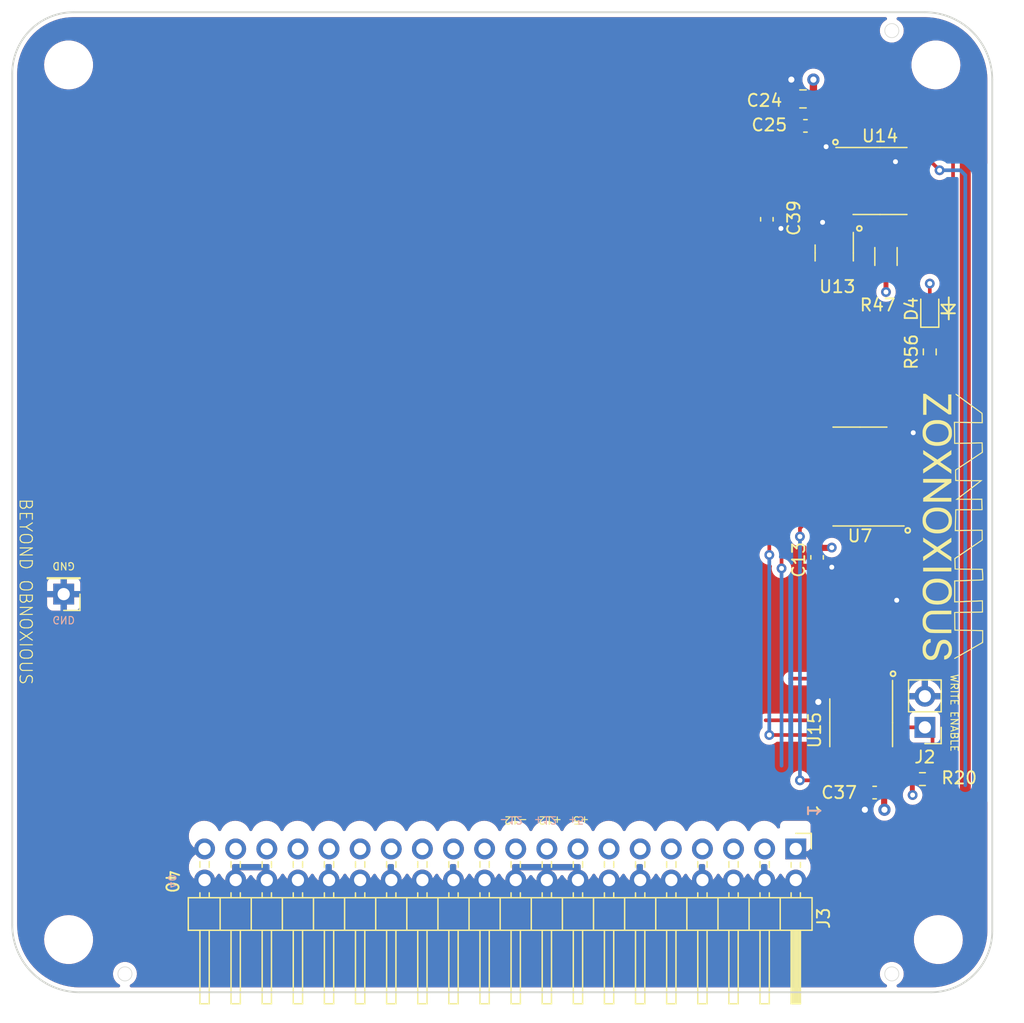
<source format=kicad_pcb>
(kicad_pcb (version 20211014) (generator pcbnew)
  (layers (0 "F.Cu" signal) (1 "In1.Cu" power) (2 "In2.Cu" mixed) (31 "B.Cu" signal) (34 "B.Paste" user) (35 "F.Paste" user) (36 "B.SilkS" user "B.Silkscreen") (37 "F.SilkS" user "F.Silkscreen") (38 "B.Mask" user) (39 "F.Mask" user) (44 "Edge.Cuts" user))
  (net 0 "")
  (net 1 "GND")
  (net 2 "-12V")
  (net 3 "/CARD2_OUT2")
  (net 4 "+12V")
  (net 5 "/CARD3_OUT2")
  (net 6 "/CARD4_OUT2")
  (net 7 "+5V")
  (net 8 "/CARD5_OUT2")
  (net 9 "/SDA1")
  (net 10 "/SCL1")
  (net 11 "/CARD6_OUT2")
  (net 27 "/GPIO_MODULE_DRIVEN")
  (net 28 "/I2C_ADDR0")
  (net 29 "/I2C_ADDR2")
  (net 30 "/I2C_ADDR1")
  (net 37 "/DAC/VREF_2.5V")
  (net 38 "/LED_CTRL")
  (net 39 "Net-(D4-Pad1)")
  (net 40 "/THIS_OUT2")
  (net 41 "/THIS_OUT1")
  (net 42 "/CARD6_OUT1")
  (net 43 "/CARD5_OUT1")
  (net 44 "/CARD4_OUT1")
  (net 45 "/CARD3_OUT1")
  (net 46 "/CARD2_OUT1")
  (net 47 "/CARD1_OUT2")
  (net 48 "/CARD1_OUT1")
  (net 49 "/SPI_CLK")
  (net 50 "/SPI_MISO")
  (net 51 "/SPI_MOSI")
  (net 54 "/CARD7_OUT1")
  (net 55 "/SPI_CS1")
  (net 56 "/SPI_CS0")
  (net 58 "Net-(J2-Pad1)")
  (footprint "Capacitor_SMD:C_0805_2012Metric" (layer "F.Cu") (at 129.95 31.975 180)
    (fp_text reference "C24" (at 3.15 -0.125) (layer "F.SilkS"))
    (fp_text value "4.7u")
    (pad "1" smd roundrect (at -0.95 0 180) (size 1 1.45) (layers "F.Cu" "F.Paste" "F.Mask") (net 7 "+5V"))
    (pad "2" smd roundrect (at 0.95 0 180) (size 1 1.45) (layers "F.Cu" "F.Paste" "F.Mask") (net 1 "GND"))
  )
  (footprint "Capacitor_SMD:C_0603_1608Metric" (layer "F.Cu") (at 130.15 34.175 180)
    (fp_text reference "C25" (at 2.95 0.075) (layer "F.SilkS"))
    (fp_text value "0.1u")
    (pad "1" smd roundrect (at -0.775 0 180) (size 0.9 0.95) (layers "F.Cu" "F.Paste" "F.Mask") (net 7 "+5V"))
    (pad "2" smd roundrect (at 0.775 0 180) (size 0.9 0.95) (layers "F.Cu" "F.Paste" "F.Mask") (net 1 "GND"))
  )
  (footprint "Resistor_SMD:R_1206_3216Metric" (layer "F.Cu") (at 136.725 44.8375 90)
    (fp_text reference "R47" (at -3.9625 -0.675) (layer "F.SilkS"))
    (fp_text value "4k7")
    (pad "1" smd roundrect (at -1.4625 0 90) (size 1.125 1.75) (layers "F.Cu" "F.Paste" "F.Mask") (roundrect_rratio 0.2222222222) (net 7 "+5V"))
    (pad "2" smd roundrect (at 1.4625 0 90) (size 1.125 1.75) (layers "F.Cu" "F.Paste" "F.Mask") (roundrect_rratio 0.2222222222) (net 37 "/DAC/VREF_2.5V"))
  )
  (footprint "Capacitor_SMD:C_0603_1608Metric" (layer "F.Cu") (at 131.1 69.4 90)
    (fp_text reference "C13" (at -0.2 -1.5 90) (layer "F.SilkS"))
    (fp_text value "0.1u")
    (pad "1" smd roundrect (at -0.775 0 90) (size 0.9 0.95) (layers "F.Cu" "F.Paste" "F.Mask") (net 1 "GND"))
    (pad "2" smd roundrect (at 0.775 0 90) (size 0.9 0.95) (layers "F.Cu" "F.Paste" "F.Mask") (net 7 "+5V"))
  )
  (footprint "MountingHole:MountingHole_3.2mm_M3" (layer "F.Cu") (at 141 100.6 180)
    (fp_text reference "H1" hide)
    (fp_text value "MountingHole")
    (pad "" np_thru_hole circle (at 0 0 180) (size 3.2 3.2) (drill 3.2) (layers *.Cu *.Mask))
  )
  (footprint "MountingHole:MountingHole_3.2mm_M3" (layer "F.Cu") (at 140.8 29.2 180)
    (fp_text reference "H2" hide)
    (fp_text value "MountingHole")
    (pad "" np_thru_hole circle (at 0 0 180) (size 3.2 3.2) (drill 3.2) (layers *.Cu *.Mask))
  )
  (footprint "MountingHole:MountingHole_3.2mm_M3" (layer "F.Cu") (at 70 100.6 180)
    (fp_text reference "H3" hide)
    (fp_text value "MountingHole")
    (pad "" np_thru_hole circle (at 0 0 180) (size 3.2 3.2) (drill 3.2) (layers *.Cu *.Mask))
  )
  (footprint "MountingHole:MountingHole_3.2mm_M3" (layer "F.Cu") (at 70 29.2 180)
    (fp_text reference "H4" hide)
    (fp_text value "MountingHole")
    (pad "" np_thru_hole circle (at 0 0 180) (size 3.2 3.2) (drill 3.2) (layers *.Cu *.Mask))
  )
  (footprint "Package_SO:TSSOP-24_4.4x7.8mm_P0.65mm" (layer "F.Cu") (at 134.6 62.8 180)
    (fp_text reference "U7" (at 0 -4.85) (layer "F.SilkS"))
    (fp_text value "PCA9555D")
    (pad "1" smd roundrect (at -2.8625 -3.575 180) (size 1.475 0.4) (layers "F.Cu" "F.Paste" "F.Mask"))
    (pad "2" smd roundrect (at -2.8625 -2.925 180) (size 1.475 0.4) (layers "F.Cu" "F.Paste" "F.Mask") (net 30 "/I2C_ADDR1"))
    (pad "3" smd roundrect (at -2.8625 -2.275 180) (size 1.475 0.4) (layers "F.Cu" "F.Paste" "F.Mask") (net 29 "/I2C_ADDR2"))
    (pad "4" smd roundrect (at -2.8625 -1.625 180) (size 1.475 0.4) (layers "F.Cu" "F.Paste" "F.Mask"))
    (pad "5" smd roundrect (at -2.8625 -0.975 180) (size 1.475 0.4) (layers "F.Cu" "F.Paste" "F.Mask"))
    (pad "6" smd roundrect (at -2.8625 -0.325 180) (size 1.475 0.4) (layers "F.Cu" "F.Paste" "F.Mask"))
    (pad "7" smd roundrect (at -2.8625 0.325 180) (size 1.475 0.4) (layers "F.Cu" "F.Paste" "F.Mask") (net 38 "/LED_CTRL"))
    (pad "8" smd roundrect (at -2.8625 0.975 180) (size 1.475 0.4) (layers "F.Cu" "F.Paste" "F.Mask"))
    (pad "9" smd roundrect (at -2.8625 1.625 180) (size 1.475 0.4) (layers "F.Cu" "F.Paste" "F.Mask"))
    (pad "10" smd roundrect (at -2.8625 2.275 180) (size 1.475 0.4) (layers "F.Cu" "F.Paste" "F.Mask"))
    (pad "11" smd roundrect (at -2.8625 2.925 180) (size 1.475 0.4) (layers "F.Cu" "F.Paste" "F.Mask"))
    (pad "12" smd roundrect (at -2.8625 3.575 180) (size 1.475 0.4) (layers "F.Cu" "F.Paste" "F.Mask") (net 1 "GND"))
    (pad "13" smd roundrect (at 2.8625 3.575 180) (size 1.475 0.4) (layers "F.Cu" "F.Paste" "F.Mask"))
    (pad "14" smd roundrect (at 2.8625 2.925 180) (size 1.475 0.4) (layers "F.Cu" "F.Paste" "F.Mask"))
    (pad "15" smd roundrect (at 2.8625 2.275 180) (size 1.475 0.4) (layers "F.Cu" "F.Paste" "F.Mask"))
    (pad "16" smd roundrect (at 2.8625 1.625 180) (size 1.475 0.4) (layers "F.Cu" "F.Paste" "F.Mask"))
    (pad "17" smd roundrect (at 2.8625 0.975 180) (size 1.475 0.4) (layers "F.Cu" "F.Paste" "F.Mask"))
    (pad "18" smd roundrect (at 2.8625 0.325 180) (size 1.475 0.4) (layers "F.Cu" "F.Paste" "F.Mask"))
    (pad "19" smd roundrect (at 2.8625 -0.325 180) (size 1.475 0.4) (layers "F.Cu" "F.Paste" "F.Mask"))
    (pad "20" smd roundrect (at 2.8625 -0.975 180) (size 1.475 0.4) (layers "F.Cu" "F.Paste" "F.Mask"))
    (pad "21" smd roundrect (at 2.8625 -1.625 180) (size 1.475 0.4) (layers "F.Cu" "F.Paste" "F.Mask") (net 28 "/I2C_ADDR0"))
    (pad "22" smd roundrect (at 2.8625 -2.275 180) (size 1.475 0.4) (layers "F.Cu" "F.Paste" "F.Mask") (net 10 "/SCL1"))
    (pad "23" smd roundrect (at 2.8625 -2.925 180) (size 1.475 0.4) (layers "F.Cu" "F.Paste" "F.Mask") (net 9 "/SDA1"))
    (pad "24" smd roundrect (at 2.8625 -3.575 180) (size 1.475 0.4) (layers "F.Cu" "F.Paste" "F.Mask") (net 7 "+5V"))
  )
  (footprint "Package_SO:TSSOP-16_4.4x5mm_P0.65mm" (layer "F.Cu") (at 136.2375 38.675)
    (fp_text reference "U14" (at 0 -3.675) (layer "F.SilkS"))
    (fp_text value "AD5328")
    (pad "1" smd roundrect (at -2.8625 -2.275) (size 1.475 0.4) (layers "F.Cu" "F.Paste" "F.Mask") (net 1 "GND"))
    (pad "2" smd roundrect (at -2.8625 -1.625) (size 1.475 0.4) (layers "F.Cu" "F.Paste" "F.Mask") (net 56 "/SPI_CS0"))
    (pad "3" smd roundrect (at -2.8625 -0.975) (size 1.475 0.4) (layers "F.Cu" "F.Paste" "F.Mask") (net 7 "+5V"))
    (pad "4" smd roundrect (at -2.8625 -0.325) (size 1.475 0.4) (layers "F.Cu" "F.Paste" "F.Mask"))
    (pad "5" smd roundrect (at -2.8625 0.325) (size 1.475 0.4) (layers "F.Cu" "F.Paste" "F.Mask"))
    (pad "6" smd roundrect (at -2.8625 0.975) (size 1.475 0.4) (layers "F.Cu" "F.Paste" "F.Mask"))
    (pad "7" smd roundrect (at -2.8625 1.625) (size 1.475 0.4) (layers "F.Cu" "F.Paste" "F.Mask"))
    (pad "8" smd roundrect (at -2.8625 2.275) (size 1.475 0.4) (layers "F.Cu" "F.Paste" "F.Mask") (net 37 "/DAC/VREF_2.5V"))
    (pad "9" smd roundrect (at 2.8625 2.275) (size 1.475 0.4) (layers "F.Cu" "F.Paste" "F.Mask") (net 37 "/DAC/VREF_2.5V"))
    (pad "10" smd roundrect (at 2.8625 1.625) (size 1.475 0.4) (layers "F.Cu" "F.Paste" "F.Mask"))
    (pad "11" smd roundrect (at 2.8625 0.975) (size 1.475 0.4) (layers "F.Cu" "F.Paste" "F.Mask"))
    (pad "12" smd roundrect (at 2.8625 0.325) (size 1.475 0.4) (layers "F.Cu" "F.Paste" "F.Mask"))
    (pad "13" smd roundrect (at 2.8625 -0.325) (size 1.475 0.4) (layers "F.Cu" "F.Paste" "F.Mask"))
    (pad "14" smd roundrect (at 2.8625 -0.975) (size 1.475 0.4) (layers "F.Cu" "F.Paste" "F.Mask") (net 1 "GND"))
    (pad "15" smd roundrect (at 2.8625 -1.625) (size 1.475 0.4) (layers "F.Cu" "F.Paste" "F.Mask") (net 51 "/SPI_MOSI"))
    (pad "16" smd roundrect (at 2.8625 -2.275) (size 1.475 0.4) (layers "F.Cu" "F.Paste" "F.Mask") (net 49 "/SPI_CLK"))
  )
  (footprint "project_footprints:zoxnoxious_small" (layer "F.Cu") (at 142.2 66.9 -90)
    (fp_text reference "G***" hide)
    (fp_text value "LOGO" hide)
  )
  (footprint "Resistor_SMD:R_0603_1608Metric" (layer "F.Cu") (at 140.3 52.625 -90)
    (fp_text reference "R56" (at 0 1.5 90) (layer "F.SilkS"))
    (fp_text value "2k")
    (pad "1" smd roundrect (at -0.825 0 270) (size 0.8 0.95) (layers "F.Cu" "F.Paste" "F.Mask") (net 39 "Net-(D4-Pad1)"))
    (pad "2" smd roundrect (at 0.825 0 270) (size 0.8 0.95) (layers "F.Cu" "F.Paste" "F.Mask") (net 38 "/LED_CTRL"))
  )
  (footprint "LED_SMD:LED_0603_1608Metric" (layer "F.Cu") (at 140.3 49.125 90)
    (fp_text reference "D4" (at 0 -1.5 90) (layer "F.SilkS"))
    (fp_text value "LED")
    (pad "1" smd roundrect (at -0.7875 0 90) (size 0.875 0.95) (layers "F.Cu" "F.Paste" "F.Mask") (net 39 "Net-(D4-Pad1)"))
    (pad "2" smd roundrect (at 0.7875 0 90) (size 0.875 0.95) (layers "F.Cu" "F.Paste" "F.Mask") (net 7 "+5V"))
  )
  (footprint "Connector_PinHeader_2.54mm:PinHeader_2x20_P2.54mm_Horizontal" (layer "F.Cu") (at 129.36 93.2 -90)
    (fp_text reference "J3" (at 5.655 -2.27 90) (layer "F.SilkS"))
    (fp_text value "Conn_02x20_Odd_Even")
    (pad "1" thru_hole rect (at 0 0 270) (size 1.7 1.7) (drill 1) (layers *.Cu *.Mask) (net 49 "/SPI_CLK"))
    (pad "2" thru_hole oval (at 2.54 0 270) (size 1.7 1.7) (drill 1) (layers *.Cu *.Mask) (net 51 "/SPI_MOSI"))
    (pad "3" thru_hole oval (at 0 2.54 270) (size 1.7 1.7) (drill 1) (layers *.Cu *.Mask) (net 50 "/SPI_MISO"))
    (pad "4" thru_hole oval (at 2.54 2.54 270) (size 1.7 1.7) (drill 1) (layers *.Cu *.Mask) (net 1 "GND"))
    (pad "5" thru_hole oval (at 0 5.08 270) (size 1.7 1.7) (drill 1) (layers *.Cu *.Mask) (net 56 "/SPI_CS0"))
    (pad "6" thru_hole oval (at 2.54 5.08 270) (size 1.7 1.7) (drill 1) (layers *.Cu *.Mask) (net 55 "/SPI_CS1"))
    (pad "7" thru_hole oval (at 0 7.62 270) (size 1.7 1.7) (drill 1) (layers *.Cu *.Mask) (net 9 "/SDA1"))
    (pad "8" thru_hole oval (at 2.54 7.62 270) (size 1.7 1.7) (drill 1) (layers *.Cu *.Mask) (net 1 "GND"))
    (pad "9" thru_hole oval (at 0 10.16 270) (size 1.7 1.7) (drill 1) (layers *.Cu *.Mask) (net 10 "/SCL1"))
    (pad "10" thru_hole oval (at 2.54 10.16 270) (size 1.7 1.7) (drill 1) (layers *.Cu *.Mask) (net 28 "/I2C_ADDR0"))
    (pad "11" thru_hole oval (at 0 12.7 270) (size 1.7 1.7) (drill 1) (layers *.Cu *.Mask) (net 30 "/I2C_ADDR1"))
    (pad "12" thru_hole oval (at 2.54 12.7 270) (size 1.7 1.7) (drill 1) (layers *.Cu *.Mask) (net 1 "GND"))
    (pad "13" thru_hole oval (at 0 15.24 270) (size 1.7 1.7) (drill 1) (layers *.Cu *.Mask) (net 29 "/I2C_ADDR2"))
    (pad "14" thru_hole oval (at 2.54 15.24 270) (size 1.7 1.7) (drill 1) (layers *.Cu *.Mask) (net 27 "/GPIO_MODULE_DRIVEN"))
    (pad "15" thru_hole oval (at 0 17.78 270) (size 1.7 1.7) (drill 1) (layers *.Cu *.Mask) (net 7 "+5V"))
    (pad "16" thru_hole oval (at 2.54 17.78 270) (size 1.7 1.7) (drill 1) (layers *.Cu *.Mask) (net 1 "GND"))
    (pad "17" thru_hole oval (at 0 20.32 270) (size 1.7 1.7) (drill 1) (layers *.Cu *.Mask) (net 4 "+12V"))
    (pad "18" thru_hole oval (at 2.54 20.32 270) (size 1.7 1.7) (drill 1) (layers *.Cu *.Mask) (net 1 "GND"))
    (pad "19" thru_hole oval (at 0 22.86 270) (size 1.7 1.7) (drill 1) (layers *.Cu *.Mask) (net 2 "-12V"))
    (pad "20" thru_hole oval (at 2.54 22.86 270) (size 1.7 1.7) (drill 1) (layers *.Cu *.Mask) (net 1 "GND"))
    (pad "21" thru_hole oval (at 0 25.4 270) (size 1.7 1.7) (drill 1) (layers *.Cu *.Mask) (net 48 "/CARD1_OUT1"))
    (pad "22" thru_hole oval (at 2.54 25.4 270) (size 1.7 1.7) (drill 1) (layers *.Cu *.Mask) (net 47 "/CARD1_OUT2"))
    (pad "23" thru_hole oval (at 0 27.94 270) (size 1.7 1.7) (drill 1) (layers *.Cu *.Mask) (net 46 "/CARD2_OUT1"))
    (pad "24" thru_hole oval (at 2.54 27.94 270) (size 1.7 1.7) (drill 1) (layers *.Cu *.Mask) (net 1 "GND"))
    (pad "25" thru_hole oval (at 0 30.48 270) (size 1.7 1.7) (drill 1) (layers *.Cu *.Mask) (net 3 "/CARD2_OUT2"))
    (pad "26" thru_hole oval (at 2.54 30.48 270) (size 1.7 1.7) (drill 1) (layers *.Cu *.Mask) (net 45 "/CARD3_OUT1"))
    (pad "27" thru_hole oval (at 0 33.02 270) (size 1.7 1.7) (drill 1) (layers *.Cu *.Mask) (net 5 "/CARD3_OUT2"))
    (pad "28" thru_hole oval (at 2.54 33.02 270) (size 1.7 1.7) (drill 1) (layers *.Cu *.Mask) (net 1 "GND"))
    (pad "29" thru_hole oval (at 0 35.56 270) (size 1.7 1.7) (drill 1) (layers *.Cu *.Mask) (net 44 "/CARD4_OUT1"))
    (pad "30" thru_hole oval (at 2.54 35.56 270) (size 1.7 1.7) (drill 1) (layers *.Cu *.Mask) (net 6 "/CARD4_OUT2"))
    (pad "31" thru_hole oval (at 0 38.1 270) (size 1.7 1.7) (drill 1) (layers *.Cu *.Mask) (net 43 "/CARD5_OUT1"))
    (pad "32" thru_hole oval (at 2.54 38.1 270) (size 1.7 1.7) (drill 1) (layers *.Cu *.Mask) (net 1 "GND"))
    (pad "33" thru_hole oval (at 0 40.64 270) (size 1.7 1.7) (drill 1) (layers *.Cu *.Mask) (net 8 "/CARD5_OUT2"))
    (pad "34" thru_hole oval (at 2.54 40.64 270) (size 1.7 1.7) (drill 1) (layers *.Cu *.Mask) (net 42 "/CARD6_OUT1"))
    (pad "35" thru_hole oval (at 0 43.18 270) (size 1.7 1.7) (drill 1) (layers *.Cu *.Mask) (net 11 "/CARD6_OUT2"))
    (pad "36" thru_hole oval (at 2.54 43.18 270) (size 1.7 1.7) (drill 1) (layers *.Cu *.Mask) (net 1 "GND"))
    (pad "37" thru_hole oval (at 0 45.72 270) (size 1.7 1.7) (drill 1) (layers *.Cu *.Mask) (net 54 "/CARD7_OUT1"))
    (pad "38" thru_hole oval (at 2.54 45.72 270) (size 1.7 1.7) (drill 1) (layers *.Cu *.Mask) (net 1 "GND"))
    (pad "39" thru_hole oval (at 0 48.26 270) (size 1.7 1.7) (drill 1) (layers *.Cu *.Mask) (net 41 "/THIS_OUT1"))
    (pad "40" thru_hole oval (at 2.54 48.26 270) (size 1.7 1.7) (drill 1) (layers *.Cu *.Mask) (net 40 "/THIS_OUT2"))
  )
  (footprint "Capacitor_SMD:C_0603_1608Metric" (layer "F.Cu") (at 135.8 88.6)
    (fp_text reference "C37" (at -2.9 0) (layer "F.SilkS"))
    (fp_text value "0.1u")
    (pad "1" smd roundrect (at -0.775 0) (size 0.9 0.95) (layers "F.Cu" "F.Paste" "F.Mask") (net 1 "GND"))
    (pad "2" smd roundrect (at 0.775 0) (size 0.9 0.95) (layers "F.Cu" "F.Paste" "F.Mask") (net 7 "+5V"))
  )
  (footprint "Package_TO_SOT_SMD:SOT-23" (layer "F.Cu") (at 132.5 44.55 -90)
    (fp_text reference "U13" (at 2.75 -0.25) (layer "F.SilkS"))
    (fp_text value "LM4040AIM3-2.5")
    (pad "1" smd roundrect (at -0.9375 -0.95 270) (size 1.475 0.6) (layers "F.Cu" "F.Paste" "F.Mask") (net 37 "/DAC/VREF_2.5V"))
    (pad "2" smd roundrect (at -0.9375 0.95 270) (size 1.475 0.6) (layers "F.Cu" "F.Paste" "F.Mask") (net 1 "GND"))
    (pad "3" smd roundrect (at 0.9375 0 270) (size 1.475 0.6) (layers "F.Cu" "F.Paste" "F.Mask"))
  )
  (footprint "Capacitor_SMD:C_0603_1608Metric" (layer "F.Cu") (at 127 41.8 -90)
    (fp_text reference "C39" (at -0.1 -2.2 90) (layer "F.SilkS"))
    (fp_text value "0.1u")
    (pad "1" smd roundrect (at -0.775 0 270) (size 0.9 0.95) (layers "F.Cu" "F.Paste" "F.Mask") (net 37 "/DAC/VREF_2.5V"))
    (pad "2" smd roundrect (at 0.775 0 270) (size 0.9 0.95) (layers "F.Cu" "F.Paste" "F.Mask") (net 1 "GND"))
  )
  (footprint "Package_SO:SOIC-8_3.9x4.9mm_P1.27mm" (layer "F.Cu") (at 134.7 82.9 -90)
    (fp_text reference "U15" (at 0.6 3.8 90) (layer "F.SilkS"))
    (fp_text value "M24C02-WMN")
    (pad "1" smd roundrect (at -2.475 -1.905 270) (size 1.95 0.6) (layers "F.Cu" "F.Paste" "F.Mask") (net 28 "/I2C_ADDR0"))
    (pad "2" smd roundrect (at -2.475 -0.635 270) (size 1.95 0.6) (layers "F.Cu" "F.Paste" "F.Mask") (net 30 "/I2C_ADDR1"))
    (pad "3" smd roundrect (at -2.475 0.635 270) (size 1.95 0.6) (layers "F.Cu" "F.Paste" "F.Mask") (net 29 "/I2C_ADDR2"))
    (pad "4" smd roundrect (at -2.475 1.905 270) (size 1.95 0.6) (layers "F.Cu" "F.Paste" "F.Mask") (net 1 "GND"))
    (pad "5" smd roundrect (at 2.475 1.905 270) (size 1.95 0.6) (layers "F.Cu" "F.Paste" "F.Mask") (net 9 "/SDA1"))
    (pad "6" smd roundrect (at 2.475 0.635 270) (size 1.95 0.6) (layers "F.Cu" "F.Paste" "F.Mask") (net 10 "/SCL1"))
    (pad "7" smd roundrect (at 2.475 -0.635 270) (size 1.95 0.6) (layers "F.Cu" "F.Paste" "F.Mask") (net 58 "Net-(J2-Pad1)"))
    (pad "8" smd roundrect (at 2.475 -1.905 270) (size 1.95 0.6) (layers "F.Cu" "F.Paste" "F.Mask") (net 7 "+5V"))
  )
  (footprint "Connector_PinHeader_2.54mm:PinHeader_1x02_P2.54mm_Vertical" (layer "F.Cu") (at 139.9 83.275 180)
    (fp_text reference "J2" (at 0 -2.425) (layer "F.SilkS"))
    (fp_text value "Conn_01x02")
    (pad "1" thru_hole rect (at 0 0 180) (size 1.7 1.7) (drill 1) (layers *.Cu *.Mask) (net 58 "Net-(J2-Pad1)"))
    (pad "2" thru_hole oval (at 0 2.54 180) (size 1.7 1.7) (drill 1) (layers *.Cu *.Mask) (net 1 "GND"))
  )
  (footprint "Resistor_SMD:R_0603_1608Metric" (layer "F.Cu") (at 139.7 87.5)
    (fp_text reference "R20" (at 3 -0.1) (layer "F.SilkS"))
    (fp_text value "5k1")
    (pad "1" smd roundrect (at -0.825 0) (size 0.8 0.95) (layers "F.Cu" "F.Paste" "F.Mask") (net 7 "+5V"))
    (pad "2" smd roundrect (at 0.825 0) (size 0.8 0.95) (layers "F.Cu" "F.Paste" "F.Mask") (net 58 "Net-(J2-Pad1)"))
  )
  (footprint "Connector_PinHeader_2.54mm:PinHeader_1x01_P2.54mm_Vertical" (layer "F.Cu") (at 69.6 72.4 180)
    (fp_text reference "J1" hide)
    (fp_text value "Conn_01x01")
    (pad "1" thru_hole rect (at 0 0 180) (size 1.7 1.7) (drill 1) (layers *.Cu *.Mask) (net 1 "GND"))
  )
  (gr_line (start 142.35 48.775) (end 141.25 48.775) (layer "F.SilkS") (width 0.15))
  (gr_line (start 142.35 49.475) (end 141.25 49.475) (layer "F.SilkS") (width 0.15))
  (gr_line (start 141.25 48.775) (end 141.85 49.475) (layer "F.SilkS") (width 0.15))
  (gr_line (start 141.25 49.475) (end 141.75 49.475) (layer "F.SilkS") (width 0.15))
  (gr_line (start 141.75 49.475) (end 142.35 48.775) (layer "F.SilkS") (width 0.15))
  (gr_line (start 141.85 49.975) (end 141.85 48.175) (layer "F.SilkS") (width 0.15))
  (gr_circle (center 137.3 78.9) (end 137.3 78.7) (layer "F.SilkS") (width 0.15) (fill none))
  (gr_circle (center 132.6 35.5) (end 132.6 35.3) (layer "F.SilkS") (width 0.15) (fill none))
  (gr_circle (center 138.5 67.2) (end 138.7 67.2) (layer "F.SilkS") (width 0.15) (fill none))
  (gr_circle (center 134.55 42.55) (end 134.55 42.75) (layer "F.SilkS") (width 0.15) (fill none))
  (gr_arc (start 70.9 104.9) (mid 67.010913 103.289087) (end 65.4 99.4) (layer "Edge.Cuts") (width 0.15))
  (gr_arc (start 145.4 99.9) (mid 143.935534 103.435534) (end 140.4 104.9) (layer "Edge.Cuts") (width 0.15))
  (gr_line (start 140.4 104.9) (end 70.9 104.9) (layer "Edge.Cuts") (width 0.15))
  (gr_arc (start 65.4 29.9) (mid 66.864466 26.364466) (end 70.4 24.9) (layer "Edge.Cuts") (width 0.15))
  (gr_arc (start 139.9 24.9) (mid 143.789087 26.510913) (end 145.4 30.4) (layer "Edge.Cuts") (width 0.15))
  (gr_line (start 70.4 24.9) (end 139.9 24.9) (layer "Edge.Cuts") (width 0.15))
  (gr_line (start 145.4 99.9) (end 145.4 30.4) (layer "Edge.Cuts") (width 0.15))
  (gr_line (start 65.4 29.9) (end 65.4 99.4) (layer "Edge.Cuts") (width 0.15))
  (gr_circle (center 74.6 103.4) (end 74.024 103.4) (layer "Edge.Cuts") (width 0.05) (fill none))
  (gr_circle (center 137.2 26.4) (end 136.624 26.4) (layer "Edge.Cuts") (width 0.05) (fill none))
  (gr_circle (center 137.2 103.4) (end 136.624 103.4) (layer "Edge.Cuts") (width 0.05) (fill none))
  (gr_text "-12  +12  +5" (at 108.635 90.85 180) (layer "B.SilkS") (effects (font (size 0.6 0.6) (thickness 0.09)) (justify mirror)))
  (gr_text "GND" (at 69.6 74.5 180) (layer "B.SilkS") (effects (font (size 0.6 0.6) (thickness 0.09)) (justify mirror)))
  (gr_text "40" (at 78.435 95.85 270) (layer "B.SilkS") (effects (font (size 0.6 0.6) (thickness 0.09)) (justify mirror)))
  (gr_text "1" (at 130.820001 90.079999 270) (layer "B.SilkS") (effects (font (size 1 1)) (justify mirror)))
  (gr_text "+5  +12  -12" (at 109.035 90.85 180) (layer "F.SilkS") (effects (font (size 0.6 0.6) (thickness 0.09))))
  (gr_text "40" (at 78.435 95.85 270) (layer "F.SilkS") (effects (font (size 1 1))))
  (gr_text "BEYOND OBNOXIOUS" (at 66.5 72.2 270) (layer "F.SilkS") (effects (font (size 1 1) (thickness 0.09))))
  (gr_text "WRITE ENABLE" (at 142.3 82.1 270) (layer "F.SilkS") (effects (font (size 0.6 0.6) (thickness 0.09))))
  (gr_text "1" (at 130.820001 90.079999 270) (layer "F.SilkS") (effects (font (size 1 1))))
  (gr_text "GND" (at 69.6 70.1 180) (layer "F.SilkS") (effects (font (size 0.6 0.6) (thickness 0.09))))
  (segment (start 137.4625 59.225) (end 138.95001 59.225) (width 0.4) (layer "F.Cu") (net 1))
  (segment (start 131.7 81.7) (end 131.2 81.2) (width 0.5) (layer "F.Cu") (net 1))
  (segment (start 132.3625 36.4) (end 131.8375 35.875) (width 0.3) (layer "F.Cu") (net 1))
  (segment (start 132.795 81.505) (end 132.6 81.7) (width 0.5) (layer "F.Cu") (net 1))
  (segment (start 129 33.8) (end 129 31.975) (width 0.5) (layer "F.Cu") (net 1))
  (segment (start 131.6 43.6125) (end 131.6 42.1) (width 0.4) (layer "F.Cu") (net 1))
  (segment (start 129 30.4) (end 129 31.975) (width 0.6) (layer "F.Cu") (net 1))
  (segment (start 127.025 42.55) (end 127 42.575) (width 0.4) (layer "F.Cu") (net 1))
  (segment (start 133.375 36.4) (end 132.3625 36.4) (width 0.3) (layer "F.Cu") (net 1))
  (segment (start 135.025 89.975) (end 135 90) (width 0.5) (layer "F.Cu") (net 1))
  (segment (start 132.6 81.7) (end 131.7 81.7) (width 0.5) (layer "F.Cu") (net 1))
  (segment (start 131.6 42.1) (end 131.55 42.05) (width 0.4) (layer "F.Cu") (net 1))
  (segment (start 132.795 80.425) (end 132.795 81.505) (width 0.5) (layer "F.Cu") (net 1))
  (segment (start 132.275 70.175) (end 131.1 70.175) (width 0.5) (layer "F.Cu") (net 1))
  (segment (start 137.5 37.1) (end 138.1 37.7) (width 0.4) (layer "F.Cu") (net 1))
  (segment (start 138.1 37.7) (end 139.1 37.7) (width 0.4) (layer "F.Cu") (net 1))
  (segment (start 129.375 34.175) (end 129 33.8) (width 0.5) (layer "F.Cu") (net 1))
  (segment (start 135.025 88.6) (end 135.025 89.975) (width 0.5) (layer "F.Cu") (net 1))
  (segment (start 132.3 70.2) (end 132.275 70.175) (width 0.5) (layer "F.Cu") (net 1))
  (segment (start 128.15 42.55) (end 127.025 42.55) (width 0.4) (layer "F.Cu") (net 1))
  (via (at 128.15 42.55) (size 0.8) (drill 0.4) (layers "F.Cu" "B.Cu") (net 1))
  (via (at 131.55 42.05) (size 0.8) (drill 0.4) (layers "F.Cu" "B.Cu") (net 1))
  (via (at 131.8375 35.875) (size 0.8) (drill 0.4) (layers "F.Cu" "B.Cu") (net 1))
  (via (at 135 90) (size 1) (drill 0.5) (layers "F.Cu" "B.Cu") (net 1))
  (via (at 137.5 37.1) (size 0.8) (drill 0.4) (layers "F.Cu" "B.Cu") (net 1))
  (via (at 129 30.4) (size 1) (drill 0.5) (layers "F.Cu" "B.Cu") (net 1))
  (via (at 132.3 70.2) (size 0.8) (drill 0.4) (layers "F.Cu" "B.Cu") (net 1))
  (via (at 131.2 81.2) (size 1) (drill 0.5) (layers "F.Cu" "B.Cu") (net 1))
  (via (at 137.6 72.9) (size 0.8) (drill 0.4) (layers "F.Cu" "B.Cu") (net 1))
  (via (at 138.95001 59.225) (size 0.8) (drill 0.4) (layers "F.Cu" "B.Cu") (net 1))
  (segment (start 131.1 67.0125) (end 131.1 68.625) (width 0.5) (layer "F.Cu") (net 7))
  (segment (start 136.725 46.3) (end 136.725 47.7375) (width 0.4) (layer "F.Cu") (net 7))
  (segment (start 132.1 37.7) (end 130.925 36.525) (width 0.4) (layer "F.Cu") (net 7))
  (segment (start 133.375 37.7) (end 132.1 37.7) (width 0.4) (layer "F.Cu") (net 7))
  (segment (start 131.7375 66.375) (end 131.1 67.0125) (width 0.5) (layer "F.Cu") (net 7))
  (segment (start 130.9 31.975) (end 130.9 34.15) (width 0.6) (layer "F.Cu") (net 7))
  (segment (start 138.875 87.5) (end 138.875 88.775) (width 0.4) (layer "F.Cu") (net 7))
  (segment (start 136.575 88.6) (end 136.575 89.975) (width 0.5) (layer "F.Cu") (net 7))
  (segment (start 138.875 88.775) (end 138.9 88.8) (width 0.4) (layer "F.Cu") (net 7))
  (segment (start 136.605 85.375) (end 136.605 88.57) (width 0.5) (layer "F.Cu") (net 7))
  (segment (start 136.575 89.975) (end 136.6 90) (width 0.5) (layer "F.Cu") (net 7))
  (segment (start 132.3 68.6) (end 132.275 68.625) (width 0.5) (layer "F.Cu") (net 7))
  (segment (start 132.275 68.625) (end 131.1 68.625) (width 0.5) (layer "F.Cu") (net 7))
  (segment (start 130.9 34.15) (end 130.925 34.175) (width 0.6) (layer "F.Cu") (net 7))
  (segment (start 130.8 31.875) (end 130.9 31.975) (width 0.6) (layer "F.Cu") (net 7))
  (segment (start 140.3 48.3375) (end 140.3 47.05) (width 0.3) (layer "F.Cu") (net 7))
  (segment (start 136.605 88.57) (end 136.575 88.6) (width 0.5) (layer "F.Cu") (net 7))
  (segment (start 130.925 36.525) (end 130.925 34.175) (width 0.4) (layer "F.Cu") (net 7))
  (segment (start 130.8 30.4) (end 130.8 31.875) (width 0.6) (layer "F.Cu") (net 7))
  (via (at 130.8 30.4) (size 1) (drill 0.5) (layers "F.Cu" "B.Cu") (net 7))
  (via (at 136.6 90) (size 1) (drill 0.5) (layers "F.Cu" "B.Cu") (net 7))
  (via (at 140.3 47.05) (size 0.8) (drill 0.4) (layers "F.Cu" "B.Cu") (net 7))
  (via (at 132.3 68.6) (size 0.8) (drill 0.4) (layers "F.Cu" "B.Cu") (net 7))
  (via (at 138.9 88.8) (size 0.8) (drill 0.4) (layers "F.Cu" "B.Cu") (net 7))
  (via (at 136.725 47.7375) (size 0.8) (drill 0.4) (layers "F.Cu" "B.Cu") (net 7))
  (segment (start 129.7 87.6) (end 131.7 87.6) (width 0.3) (layer "F.Cu") (net 9))
  (segment (start 131.7 87.6) (end 132.795 86.505) (width 0.3) (layer "F.Cu") (net 9))
  (segment (start 132.795 86.505) (end 132.795 85.375) (width 0.3) (layer "F.Cu") (net 9))
  (segment (start 131.7375 65.725) (end 131 65.725) (width 0.4) (layer "F.Cu") (net 9))
  (segment (start 129.7 67.025) (end 129.7 67.7) (width 0.3) (layer "F.Cu") (net 9))
  (segment (start 131 65.725) (end 129.7 67.025) (width 0.3) (layer "F.Cu") (net 9))
  (via (at 129.7 67.7) (size 0.8) (drill 0.4) (layers "F.Cu" "B.Cu") (net 9))
  (via (at 129.7 87.6) (size 0.8) (drill 0.4) (layers "F.Cu" "B.Cu") (net 9))
  (segment (start 129.7 87.6) (end 129.7 67.7) (width 0.3) (layer "B.Cu") (net 9))
  (segment (start 128.2 70.3) (end 128.2 67.6) (width 0.3) (layer "F.Cu") (net 10))
  (segment (start 128.2 67.6) (end 130.725 65.075) (width 0.3) (layer "F.Cu") (net 10))
  (segment (start 132.6 88.8) (end 134.065 87.335) (width 0.3) (layer "F.Cu") (net 10))
  (segment (start 130.725 65.075) (end 131.7375 65.075) (width 0.3) (layer "F.Cu") (net 10))
  (segment (start 134.065 87.335) (end 134.065 85.375) (width 0.3) (layer "F.Cu") (net 10))
  (via (at 128.2 70.3) (size 0.8) (drill 0.4) (layers "F.Cu" "B.Cu") (net 10))
  (segment (start 128.2 86.4) (end 128.2 70.3) (width 0.3) (layer "B.Cu") (net 10))
  (segment (start 134.2 83.9) (end 136.605 81.495) (width 0.3) (layer "F.Cu") (net 28))
  (segment (start 136.605 81.495) (end 136.605 80.425) (width 0.3) (layer "F.Cu") (net 28))
  (segment (start 130.375 64.425) (end 131.7375 64.425) (width 0.3) (layer "F.Cu") (net 28))
  (segment (start 127.2 83.9) (end 134.2 83.9) (width 0.3) (layer "F.Cu") (net 28))
  (segment (start 127.2 69.2) (end 127.2 67.6) (width 0.3) (layer "F.Cu") (net 28))
  (segment (start 127.2 67.6) (end 130.375 64.425) (width 0.3) (layer "F.Cu") (net 28))
  (via (at 127.2 83.9) (size 0.8) (drill 0.4) (layers "F.Cu" "B.Cu") (net 28))
  (via (at 127.2 69.2) (size 0.8) (drill 0.4) (layers "F.Cu" "B.Cu") (net 28))
  (segment (start 127.2 83.9) (end 127.2 69.2) (width 0.3) (layer "B.Cu") (net 28))
  (segment (start 136.325 65.075) (end 137.4625 65.075) (width 0.3) (layer "F.Cu") (net 29))
  (segment (start 132.9 77.9) (end 133.1 77.7) (width 0.3) (layer "F.Cu") (net 29))
  (segment (start 134.065 78.665) (end 133.35 77.95) (width 0.3) (layer "F.Cu") (net 29))
  (segment (start 133.35 77.95) (end 133.3 77.9) (width 0.3) (layer "F.Cu") (net 29))
  (segment (start 133.3 77.5) (end 133.35 77.45) (width 0.3) (layer "F.Cu") (net 29))
  (segment (start 134.065 80.425) (end 134.065 78.665) (width 0.3) (layer "F.Cu") (net 29))
  (segment (start 133.3 77.9) (end 132.9 77.9) (width 0.3) (layer "F.Cu") (net 29))
  (segment (start 133.1 77.7) (end 133.35 77.45) (width 0.3) (layer "F.Cu") (net 29))
  (segment (start 133.3 77.9) (end 133.3 77.5) (width 0.3) (layer "F.Cu") (net 29))
  (segment (start 133.35 77.45) (end 136 74.8) (width 0.3) (layer "F.Cu") (net 29))
  (segment (start 131.5 79.3) (end 133.1 77.7) (width 0.3) (layer "F.Cu") (net 29))
  (segment (start 133.35 77.95) (end 133.1 77.7) (width 0.3) (layer "F.Cu") (net 29))
  (segment (start 128.9 79.3) (end 131.5 79.3) (width 0.3) (layer "F.Cu") (net 29))
  (segment (start 136 74.8) (end 136 65.4) (width 0.3) (layer "F.Cu") (net 29))
  (segment (start 136 65.4) (end 136.325 65.075) (width 0.3) (layer "F.Cu") (net 29))
  (segment (start 135.335 81.515) (end 135.335 80.425) (width 0.3) (layer "F.Cu") (net 30))
  (segment (start 139 66.2) (end 138.525 65.725) (width 0.3) (layer "F.Cu") (net 30))
  (segment (start 135.335 77.765) (end 135.335 80.425) (width 0.3) (layer "F.Cu") (net 30))
  (segment (start 126.9 82.7) (end 134.15 82.7) (width 0.3) (layer "F.Cu") (net 30))
  (segment (start 134.15 82.7) (end 135.335 81.515) (width 0.3) (layer "F.Cu") (net 30))
  (segment (start 139 74.1) (end 139 66.2) (width 0.3) (layer "F.Cu") (net 30))
  (segment (start 138.525 65.725) (end 137.4625 65.725) (width 0.3) (layer "F.Cu") (net 30))
  (segment (start 139 74.1) (end 135.335 77.765) (width 0.3) (layer "F.Cu") (net 30))
  (segment (start 136.725 42.4875) (end 138.2625 40.95) (width 0.3) (layer "F.Cu") (net 37))
  (segment (start 133.6875 43.375) (end 133.45 43.6125) (width 0.3) (layer "F.Cu") (net 37))
  (segment (start 133.375 40.95) (end 127.075 40.95) (width 0.3) (layer "F.Cu") (net 37))
  (segment (start 135.1875 40.95) (end 136.725 42.4875) (width 0.3) (layer "F.Cu") (net 37))
  (segment (start 138.2625 40.95) (end 139.1 40.95) (width 0.3) (layer "F.Cu") (net 37))
  (segment (start 136.725 43.375) (end 136.725 42.4875) (width 0.3) (layer "F.Cu") (net 37))
  (segment (start 133.375 40.95) (end 135.1875 40.95) (width 0.3) (layer "F.Cu") (net 37))
  (segment (start 136.725 43.375) (end 133.6875 43.375) (width 0.3) (layer "F.Cu") (net 37))
  (segment (start 137.4625 62.475) (end 138.625 62.475) (width 0.3) (layer "F.Cu") (net 38))
  (segment (start 140.3 60.8) (end 140.3 53.45) (width 0.3) (layer "F.Cu") (net 38))
  (segment (start 138.625 62.475) (end 140.3 60.8) (width 0.3) (layer "F.Cu") (net 38))
  (segment (start 140.3 51.8) (end 140.3 49.9125) (width 0.3) (layer "F.Cu") (net 39))
  (segment (start 142.2 37.2) (end 141.4 36.4) (width 0.3) (layer "F.Cu") (net 49))
  (segment (start 141.4 36.4) (end 139.1 36.4) (width 0.3) (layer "F.Cu") (net 49))
  (segment (start 142.2 88.2) (end 142.2 37.2) (width 0.3) (layer "F.Cu") (net 49))
  (segment (start 140.35 37.05) (end 141.1 37.8) (width 0.3) (layer "F.Cu") (net 51))
  (segment (start 140.35 37.05) (end 139.1 37.05) (width 0.3) (layer "F.Cu") (net 51))
  (via (at 141.1 37.8) (size 0.8) (drill 0.4) (layers "F.Cu" "B.Cu") (net 51))
  (segment (start 143.2 38.2) (end 143.2 88) (width 0.3) (layer "B.Cu") (net 51))
  (segment (start 141.1 37.8) (end 142.8 37.8) (width 0.3) (layer "B.Cu") (net 51))
  (segment (start 142.8 37.8) (end 143.2 38.2) (width 0.3) (layer "B.Cu") (net 51))
  (segment (start 142.2 35.3) (end 144.2 37.3) (width 0.3) (layer "F.Cu") (net 56))
  (segment (start 133.375 37.05) (end 134.25 37.05) (width 0.3) (layer "F.Cu") (net 56))
  (segment (start 136 35.3) (end 142.2 35.3) (width 0.3) (layer "F.Cu") (net 56))
  (segment (start 144.2 37.3) (end 144.2 89.3) (width 0.3) (layer "F.Cu") (net 56))
  (segment (start 134.25 37.05) (end 136 35.3) (width 0.3) (layer "F.Cu") (net 56))
  (segment (start 135.335 84.465) (end 136.525 83.275) (width 0.3) (layer "F.Cu") (net 58))
  (segment (start 139.9 83.275) (end 140.525 83.9) (width 0.3) (layer "F.Cu") (net 58))
  (segment (start 140.525 83.9) (end 140.525 87.5) (width 0.3) (layer "F.Cu") (net 58))
  (segment (start 136.525 83.275) (end 139.9 83.275) (width 0.3) (layer "F.Cu") (net 58))
  (segment (start 135.335 85.375) (end 135.335 84.465) (width 0.3) (layer "F.Cu") (net 58))
  (zone (net 1) (net_name "GND") (layer "F.Cu") (connect_pads (clearance 0.4)) (min_thickness 0.254) (fill yes (thermal_gap 0.508) (thermal_bridge_width 0.508))
    (polygon (pts (xy 64.4 24.4) (xy 147.9 23.9) (xy 146.9 106.4) (xy 64.9 106.4)))
  )
  (zone (net 1) (net_name "GND") (layer "B.Cu") (connect_pads (clearance 0.4)) (min_thickness 0.254) (fill yes (thermal_gap 0.508) (thermal_bridge_width 0.508))
    (polygon (pts (xy 64.4 24.4) (xy 147.9 23.9) (xy 146.9 106.4) (xy 64.9 106.4)))
  )
)
</source>
